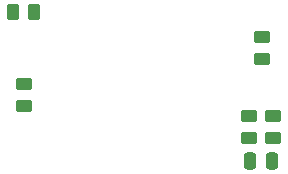
<source format=gbp>
G04 #@! TF.GenerationSoftware,KiCad,Pcbnew,(6.0.2)*
G04 #@! TF.CreationDate,2022-09-28T01:57:45+02:00*
G04 #@! TF.ProjectId,Tiny-Power-Meter,54696e79-2d50-46f7-9765-722d4d657465,rev?*
G04 #@! TF.SameCoordinates,Original*
G04 #@! TF.FileFunction,Paste,Bot*
G04 #@! TF.FilePolarity,Positive*
%FSLAX46Y46*%
G04 Gerber Fmt 4.6, Leading zero omitted, Abs format (unit mm)*
G04 Created by KiCad (PCBNEW (6.0.2)) date 2022-09-28 01:57:45*
%MOMM*%
%LPD*%
G01*
G04 APERTURE LIST*
G04 Aperture macros list*
%AMRoundRect*
0 Rectangle with rounded corners*
0 $1 Rounding radius*
0 $2 $3 $4 $5 $6 $7 $8 $9 X,Y pos of 4 corners*
0 Add a 4 corners polygon primitive as box body*
4,1,4,$2,$3,$4,$5,$6,$7,$8,$9,$2,$3,0*
0 Add four circle primitives for the rounded corners*
1,1,$1+$1,$2,$3*
1,1,$1+$1,$4,$5*
1,1,$1+$1,$6,$7*
1,1,$1+$1,$8,$9*
0 Add four rect primitives between the rounded corners*
20,1,$1+$1,$2,$3,$4,$5,0*
20,1,$1+$1,$4,$5,$6,$7,0*
20,1,$1+$1,$6,$7,$8,$9,0*
20,1,$1+$1,$8,$9,$2,$3,0*%
G04 Aperture macros list end*
%ADD10RoundRect,0.250000X0.450000X-0.262500X0.450000X0.262500X-0.450000X0.262500X-0.450000X-0.262500X0*%
%ADD11RoundRect,0.250000X0.262500X0.450000X-0.262500X0.450000X-0.262500X-0.450000X0.262500X-0.450000X0*%
%ADD12RoundRect,0.250000X-0.450000X0.262500X-0.450000X-0.262500X0.450000X-0.262500X0.450000X0.262500X0*%
%ADD13RoundRect,0.250000X-0.250000X-0.475000X0.250000X-0.475000X0.250000X0.475000X-0.250000X0.475000X0*%
G04 APERTURE END LIST*
D10*
X160200000Y-78712500D03*
X160200000Y-76887500D03*
X140000000Y-82712500D03*
X140000000Y-80887500D03*
D11*
X140912500Y-74800000D03*
X139087500Y-74800000D03*
D10*
X159100000Y-85412500D03*
X159100000Y-83587500D03*
D12*
X161100000Y-83587500D03*
X161100000Y-85412500D03*
D13*
X159150000Y-87400000D03*
X161050000Y-87400000D03*
M02*

</source>
